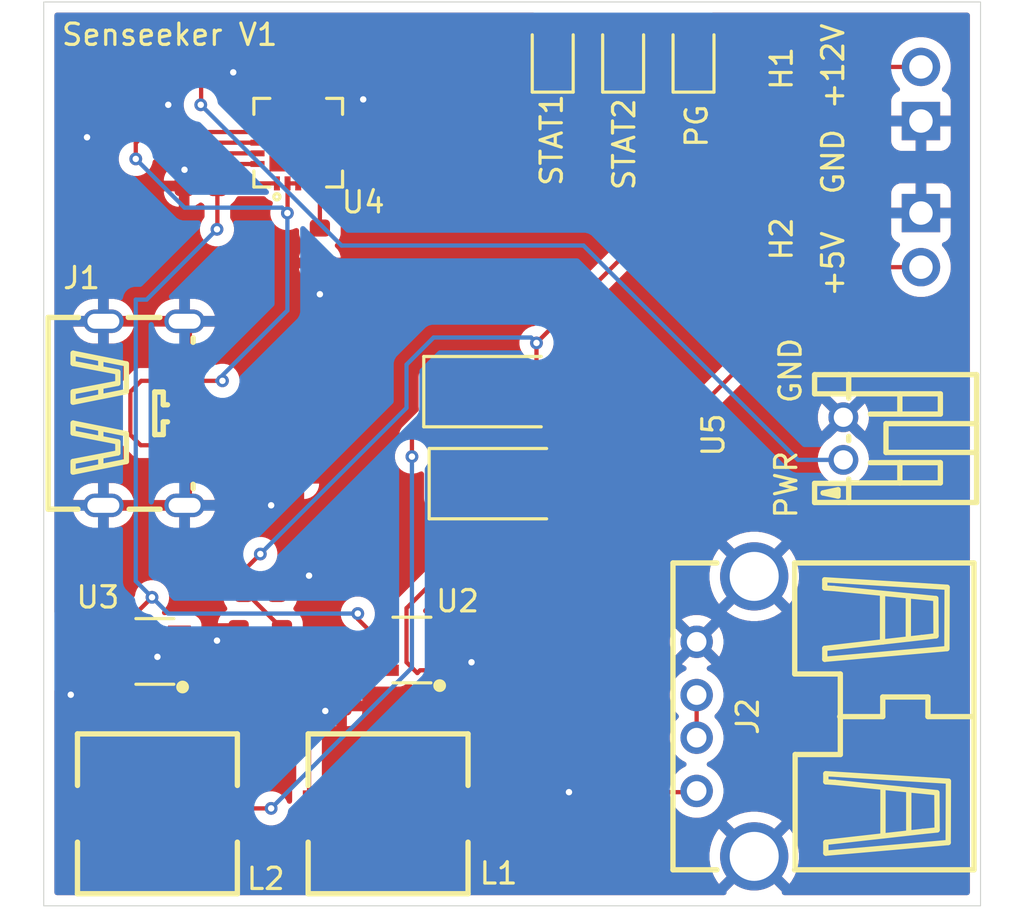
<source format=kicad_pcb>
(kicad_pcb (version 20241229) (generator "pcbnew") (generator_version "9.0")
  (layers (0 "F.Cu" signal) (2 "B.Cu" signal) (13 "F.Paste" user) (15 "B.Paste" user) (5 "F.SilkS" user "F.Silkscreen") (7 "B.SilkS" user "B.Silkscreen") (1 "F.Mask" user) (3 "B.Mask" user) (25 "Edge.Cuts" user))
  (net 0 "")
  (net 1 "/VSYS")
  (net 2 "Net-(U4-STAT1{slash}~{LBO})")
  (net 3 "VBUS")
  (net 4 "GND")
  (net 5 "Net-(U4-STAT2)")
  (net 6 "Net-(U4-THERM)")
  (net 7 "Net-(U4-~{PG})")
  (net 8 "Net-(U4-PROG1)")
  (net 9 "Net-(U4-PROG3)")
  (net 10 "Net-(U4-V_{BAT_SENSE})")
  (net 11 "Net-(U2-FB)")
  (net 13 "Net-(U3-FB)")
  (net 15 "Net-(U3-SW)")
  (net 16 "/5 Vout")
  (net 17 "Net-(J1-CC1)")
  (net 18 "Net-(J1-CC2)")
  (net 19 "Net-(U2-SW)")
  (net 20 "Net-(D1-Pad1)")
  (net 21 "Net-(D2-Pad1)")
  (net 22 "Net-(D3-Pad1)")
  (net 23 "/12 Vout")
  (net 24 "Net-(J2-D+)")
  (footprint "PCM_JLCPCB:C_0603" (layer "F.Cu") (at 57.15 83.566 180)
    (property "Reference" "C3" (hide yes))
    (property "Value" "22uF")
    (pad "1" smd roundrect (at -0.78 0 180) (size 0.9 0.95) (layers "F.Cu" "F.Mask" "F.Paste") (net 4 "GND"))
    (pad "2" smd roundrect (at 0.78 0 180) (size 0.9 0.95) (layers "F.Cu" "F.Mask" "F.Paste") (net 23 "/12 Vout"))
  )
  (footprint "easyeda2kicad:IND-SMD_L7.5-W7.5" (layer "F.Cu") (at 63.144 93.98)
    (property "Reference" "L1" (at 5.182 2.794 0) (layer "F.SilkS"))
    (property "Value" "22uH")
    (pad "1" smd rect (at -3.2 0 90) (size 2.2 1.6) (layers "F.Cu" "F.Mask" "F.Paste") (net 1 "/VSYS"))
    (pad "2" smd rect (at 3.2 0 90) (size 2.2 1.6) (layers "F.Cu" "F.Mask" "F.Paste") (net 19 "Net-(U2-SW)"))
  )
  (footprint "PCM_JLCPCB:R_0603" (layer "F.Cu") (at 58.166 86.106 -90)
    (property "Reference" "R8" (hide yes))
    (property "Value" "91kΩ")
    (pad "1" smd roundrect (at -0.82 0 270) (size 0.8 0.95) (layers "F.Cu" "F.Mask" "F.Paste") (net 23 "/12 Vout"))
    (pad "2" smd roundrect (at 0.82 0 270) (size 0.8 0.95) (layers "F.Cu" "F.Mask" "F.Paste") (net 13 "Net-(U3-FB)"))
  )
  (footprint "easyeda2kicad:HDR-TH_2P-P2.54-V-M-1" (layer "F.Cu") (at 88.138 60.198 90)
    (property "Reference" "H1" (at 1.198 -6.538 90) (layer "F.SilkS"))
    (property "Value" "12V_Sensor")
    (pad "1" thru_hole rect (at -1.27 0 90) (size 1.8 1.8) (drill 1.100023) (layers "*.Cu" "*.Mask") (net 4 "GND"))
    (pad "2" thru_hole circle (at 1.27 0 90) (size 1.8 1.8) (drill 1.100023) (layers "*.Cu" "*.Mask") (net 23 "/12 Vout"))
  )
  (footprint "PCM_JLCPCB:R_0603" (layer "F.Cu") (at 60.96 59.182)
    (property "Reference" "RPROG3" (hide yes))
    (property "Value" "10kΩ")
    (pad "1" smd roundrect (at -0.82 0) (size 0.8 0.95) (layers "F.Cu" "F.Mask" "F.Paste") (net 9 "Net-(U4-PROG3)"))
    (pad "2" smd roundrect (at 0.82 0) (size 0.8 0.95) (layers "F.Cu" "F.Mask" "F.Paste") (net 4 "GND"))
  )
  (footprint "PCM_JLCPCB:R_0603" (layer "F.Cu") (at 65.532 62.484 180)
    (property "Reference" "R6" (hide yes))
    (property "Value" "470Ω")
    (pad "1" smd roundrect (at -0.82 0 180) (size 0.8 0.95) (layers "F.Cu" "F.Mask" "F.Paste") (net 22 "Net-(D3-Pad1)"))
    (pad "2" smd roundrect (at 0.82 0 180) (size 0.8 0.95) (layers "F.Cu" "F.Mask" "F.Paste") (net 5 "Net-(U4-STAT2)"))
  )
  (footprint "PCM_JLCPCB:R_0603" (layer "F.Cu") (at 65.532 60.452 180)
    (property "Reference" "R7" (hide yes))
    (property "Value" "470Ω")
    (pad "1" smd roundrect (at -0.82 0 180) (size 0.8 0.95) (layers "F.Cu" "F.Mask" "F.Paste") (net 20 "Net-(D1-Pad1)"))
    (pad "2" smd roundrect (at 0.82 0 180) (size 0.8 0.95) (layers "F.Cu" "F.Mask" "F.Paste") (net 2 "Net-(U4-STAT1{slash}~{LBO})"))
  )
  (footprint "PCM_JLCPCB:R_0603" (layer "F.Cu") (at 58.1765 76.454)
    (property "Reference" "R2" (hide yes))
    (property "Value" "5.1kΩ")
    (pad "1" smd roundrect (at -0.82 0) (size 0.8 0.95) (layers "F.Cu" "F.Mask" "F.Paste") (net 18 "Net-(J1-CC2)"))
    (pad "2" smd roundrect (at 0.82 0) (size 0.8 0.95) (layers "F.Cu" "F.Mask" "F.Paste") (net 4 "GND"))
  )
  (footprint "PCM_JLCPCB:C_0603" (layer "F.Cu") (at 60.96 88.138 -90)
    (property "Reference" "C7" (hide yes))
    (property "Value" "22uF")
    (pad "1" smd roundrect (at -0.78 0 270) (size 0.9 0.95) (layers "F.Cu" "F.Mask" "F.Paste") (net 1 "/VSYS"))
    (pad "2" smd roundrect (at 0.78 0 270) (size 0.9 0.95) (layers "F.Cu" "F.Mask" "F.Paste") (net 4 "GND"))
  )
  (footprint "PCM_JLCPCB:R_0603" (layer "F.Cu") (at 58.1765 74.676)
    (property "Reference" "R1" (hide yes))
    (property "Value" "5.1kΩ")
    (pad "1" smd roundrect (at -0.82 0) (size 0.8 0.95) (layers "F.Cu" "F.Mask" "F.Paste") (net 17 "Net-(J1-CC1)"))
    (pad "2" smd roundrect (at 0.82 0) (size 0.8 0.95) (layers "F.Cu" "F.Mask" "F.Paste") (net 4 "GND"))
  )
  (footprint "easyeda2kicad:TYPE-C-SMD_TYPE-C-6P" (layer "F.Cu") (at 51.818 75.184 -90)
    (property "Reference" "J1" (at -6.35 3.05 180) (layer "F.SilkS"))
    (property "Value" "USB_C_Receptacle_PowerOnly_6P")
    (pad "A5" smd rect (at -0.5 -2.03 270) (size 0.7 1.2) (layers "F.Cu" "F.Mask" "F.Paste") (net 17 "Net-(J1-CC1)"))
    (pad "A9" smd rect (at 1.5 -2.03 270) (size 0.7 1.2) (layers "F.Cu" "F.Mask" "F.Paste") (net 3 "VBUS"))
    (pad "A12" smd rect (at 2.7 -2.03 270) (size 0.8 1.2) (layers "F.Cu" "F.Mask" "F.Paste") (net 4 "GND"))
    (pad "B5" smd rect (at 0.5 -2.03 270) (size 0.7 1.2) (layers "F.Cu" "F.Mask" "F.Paste") (net 18 "Net-(J1-CC2)"))
    (pad "B9" smd rect (at -1.5 -2.03 270) (size 0.7 1.2) (layers "F.Cu" "F.Mask" "F.Paste") (net 3 "VBUS"))
    (pad "B12" smd rect (at -2.7 -2.03 270) (size 0.8 1.2) (layers "F.Cu" "F.Mask" "F.Paste") (net 4 "GND"))
    (pad "S1" thru_hole oval (at -4.32 -1.78 270) (size 1.1 1.9) (drill oval 0.700024 1.500022) (layers "*.Cu" "*.Mask") (net 4 "GND"))
    (pad "S1" thru_hole oval (at -4.32 2.03 270) (size 1.1 1.9) (drill oval 0.700024 1.500022) (layers "*.Cu" "*.Mask") (net 4 "GND"))
    (pad "S1" thru_hole oval (at 4.32 -1.78 270) (size 1.1 1.9) (drill oval 0.700024 1.500022) (layers "*.Cu" "*.Mask") (net 4 "GND"))
    (pad "S1" thru_hole oval (at 4.32 2.03 270) (size 1.1 1.9) (drill oval 0.700024 1.500022) (layers "*.Cu" "*.Mask") (net 4 "GND"))
  )
  (footprint "PCM_JLCPCB:R_0603" (layer "F.Cu") (at 59.944 67.31 -90)
    (property "Reference" "R5" (hide yes))
    (property "Value" "10kΩ")
    (pad "1" smd roundrect (at -0.82 0 270) (size 0.8 0.95) (layers "F.Cu" "F.Mask" "F.Paste") (net 6 "Net-(U4-THERM)"))
    (pad "2" smd roundrect (at 0.82 0 270) (size 0.8 0.95) (layers "F.Cu" "F.Mask" "F.Paste") (net 4 "GND"))
  )
  (footprint "easyeda2kicad:SOT-23-6_L2.9-W1.6-P0.95-LS2.8-BL" (layer "F.Cu") (at 64.262 86.294 90)
    (property "Reference" "U2" (at 2.294 2.138 180) (layer "F.SilkS"))
    (property "Value" "MT3608")
    (pad "1" smd rect (at -0.95 1.15 90) (size 0.53 1.07) (layers "F.Cu" "F.Mask" "F.Paste") (net 19 "Net-(U2-SW)"))
    (pad "2" smd rect (at 0 1.15 90) (size 0.53 1.07) (layers "F.Cu" "F.Mask" "F.Paste") (net 4 "GND"))
    (pad "3" smd rect (at 0.95 1.15 90) (size 0.53 1.07) (layers "F.Cu" "F.Mask" "F.Paste") (net 11 "Net-(U2-FB)"))
    (pad "4" smd rect (at 0.95 -1.15 90) (size 0.53 1.07) (layers "F.Cu" "F.Mask" "F.Paste") (net 1 "/VSYS"))
    (pad "5" smd rect (at 0 -1.15 90) (size 0.53 1.07) (layers "F.Cu" "F.Mask" "F.Paste") (net 1 "/VSYS"))
    (pad "6" smd rect (at -0.95 -1.15 90) (size 0.53 1.07) (layers "F.Cu" "F.Mask" "F.Paste"))
  )
  (footprint "PCM_JLCPCB:C_0603" (layer "F.Cu") (at 51.054 61.976 180)
    (property "Reference" "C2" (hide yes))
    (property "Value" "100nF")
    (pad "1" smd roundrect (at -0.78 0 180) (size 0.9 0.95) (layers "F.Cu" "F.Mask" "F.Paste") (net 3 "VBUS"))
    (pad "2" smd roundrect (at 0.78 0 180) (size 0.9 0.95) (layers "F.Cu" "F.Mask" "F.Paste") (net 4 "GND"))
  )
  (footprint "PCM_JLCPCB:C_0603" (layer "F.Cu") (at 73.914 92.964)
    (property "Reference" "C4" (hide yes))
    (property "Value" "22uF")
    (pad "1" smd roundrect (at -0.78 0) (size 0.9 0.95) (layers "F.Cu" "F.Mask" "F.Paste") (net 4 "GND"))
    (pad "2" smd roundrect (at 0.78 0) (size 0.9 0.95) (layers "F.Cu" "F.Mask" "F.Paste") (net 16 "/5 Vout"))
  )
  (footprint "easyeda2kicad:CONN-TH_S2B-PH-K-S-GW" (layer "F.Cu") (at 84.498218 76.37041 -90)
    (property "Reference" "U5" (at -0.17041 6.098218 90) (layer "F.SilkS"))
    (property "Value" "Battery Input")
    (pad "1" thru_hole circle (at 1 0 270) (size 1.4 1.4) (drill 0.900024) (layers "*.Cu" "*.Mask") (net 10 "Net-(U4-V_{BAT_SENSE})"))
    (pad "2" thru_hole circle (at -1 0 270) (size 1.4 1.4) (drill 0.900024) (layers "*.Cu" "*.Mask") (net 4 "GND"))
  )
  (footprint "PCM_JLCPCB:D_SMA" (layer "F.Cu") (at 68.58 78.486)
    (property "Reference" "D5" (hide yes))
    (property "Value" "SS34")
    (pad "1" smd roundrect (at -2 0) (size 2.5 1.8) (layers "F.Cu" "F.Mask" "F.Paste") (roundrect_rratio 0.1388888889) (net 19 "Net-(U2-SW)"))
    (pad "2" smd roundrect (at 2 0) (size 2.5 1.8) (layers "F.Cu" "F.Mask" "F.Paste") (roundrect_rratio 0.1388888889) (net 16 "/5 Vout"))
  )
  (footprint "easyeda2kicad:SOT-23-6_L2.9-W1.6-P0.95-LS2.8-BL" (layer "F.Cu") (at 52.204 86.36 90)
    (property "Reference" "U3" (at 2.54 -2.674 180) (layer "F.SilkS"))
    (property "Value" "MT3608")
    (pad "1" smd rect (at -0.95 1.15 90) (size 0.53 1.07) (layers "F.Cu" "F.Mask" "F.Paste") (net 15 "Net-(U3-SW)"))
    (pad "2" smd rect (at 0 1.15 90) (size 0.53 1.07) (layers "F.Cu" "F.Mask" "F.Paste") (net 4 "GND"))
    (pad "3" smd rect (at 0.95 1.15 90) (size 0.53 1.07) (layers "F.Cu" "F.Mask" "F.Paste") (net 13 "Net-(U3-FB)"))
    (pad "4" smd rect (at 0.95 -1.15 90) (size 0.53 1.07) (layers "F.Cu" "F.Mask" "F.Paste") (net 1 "/VSYS"))
    (pad "5" smd rect (at 0 -1.15 90) (size 0.53 1.07) (layers "F.Cu" "F.Mask" "F.Paste") (net 1 "/VSYS"))
    (pad "6" smd rect (at -0.95 -1.15 90) (size 0.53 1.07) (layers "F.Cu" "F.Mask" "F.Paste"))
  )
  (footprint "PCM_JLCPCB:R_0603" (layer "F.Cu") (at 68.326 86.36 -90)
    (property "Reference" "R3" (hide yes))
    (property "Value" "3kΩ")
    (pad "1" smd roundrect (at -0.82 0 270) (size 0.8 0.95) (layers "F.Cu" "F.Mask" "F.Paste") (net 11 "Net-(U2-FB)"))
    (pad "2" smd roundrect (at 0.82 0 270) (size 0.8 0.95) (layers "F.Cu" "F.Mask" "F.Paste") (net 4 "GND"))
  )
  (footprint "PCM_JLCPCB:D_0805" (layer "F.Cu") (at 70.866 58.42 90)
    (property "Reference" "D1" (hide yes))
    (property "Value" "Red")
    (pad "1" smd roundrect (at -0.94 0 90) (size 0.97 1.4) (layers "F.Cu" "F.Mask" "F.Paste") (net 20 "Net-(D1-Pad1)"))
    (pad "2" smd roundrect (at 0.94 0 90) (size 0.97 1.4) (layers "F.Cu" "F.Mask" "F.Paste") (net 3 "VBUS"))
  )
  (footprint "PCM_JLCPCB:R_0603" (layer "F.Cu") (at 57.658 59.182)
    (property "Reference" "RPROG1" (hide yes))
    (property "Value" "1kΩ")
    (pad "1" smd roundrect (at -0.82 0) (size 0.8 0.95) (layers "F.Cu" "F.Mask" "F.Paste") (net 4 "GND"))
    (pad "2" smd roundrect (at 0.82 0) (size 0.8 0.95) (layers "F.Cu" "F.Mask" "F.Paste") (net 8 "Net-(U4-PROG1)"))
  )
  (footprint "PCM_JLCPCB:D_0805" (layer "F.Cu") (at 77.47 58.42 90)
    (property "Reference" "D2" (hide yes))
    (property "Value" "Yellow")
    (pad "1" smd roundrect (at -0.94 0 90) (size 0.97 1.4) (layers "F.Cu" "F.Mask" "F.Paste") (net 21 "Net-(D2-Pad1)"))
    (pad "2" smd roundrect (at 0.94 0 90) (size 0.97 1.4) (layers "F.Cu" "F.Mask" "F.Paste") (net 3 "VBUS"))
  )
  (footprint "PCM_JLCPCB:R_0603" (layer "F.Cu") (at 65.532 64.516 180)
    (property "Reference" "R11" (hide yes))
    (property "Value" "470Ω")
    (pad "1" smd roundrect (at -0.82 0 180) (size 0.8 0.95) (layers "F.Cu" "F.Mask" "F.Paste") (net 21 "Net-(D2-Pad1)"))
    (pad "2" smd roundrect (at 0.82 0 180) (size 0.8 0.95) (layers "F.Cu" "F.Mask" "F.Paste") (net 7 "Net-(U4-~{PG})"))
  )
  (footprint "easyeda2kicad:USB-A-TH_AF-WJDG" (layer "F.Cu") (at 78.966 89.408 90)
    (property "Reference" "J2" (at 0 1.044 90) (layer "F.SilkS"))
    (property "Value" "USB_A")
    (pad "1" thru_hole circle (at -3.5 -1.35) (size 1.52 1.52) (drill 0.919988) (layers "*.Cu" "*.Mask") (net 16 "/5 Vout"))
    (pad "2" thru_hole circle (at -1 -1.35) (size 1.52 1.52) (drill 0.919988) (layers "*.Cu" "*.Mask") (net 24 "Net-(J2-D+)"))
    (pad "3" thru_hole circle (at 1 -1.35) (size 1.52 1.52) (drill 0.919988) (layers "*.Cu" "*.Mask") (net 24 "Net-(J2-D+)"))
    (pad "4" thru_hole circle (at 3.5 -1.35) (size 1.52 1.52) (drill 0.919988) (layers "*.Cu" "*.Mask") (net 4 "GND"))
    (pad "5" thru_hole circle (at -6.57 1.35 180) (size 3.2 3.2) (drill 2.300021) (layers "*.Cu" "*.Mask") (net 4 "GND"))
    (pad "5" thru_hole circle (at 6.57 1.35 180) (size 3.2 3.2) (drill 2.300021) (layers "*.Cu" "*.Mask") (net 4 "GND"))
  )
  (footprint "PCM_JLCPCB:C_0603" (layer "F.Cu") (at 53.594 59.436)
    (property "Reference" "C1" (hide yes))
    (property "Value" "4.7uF")
    (pad "1" smd roundrect (at -0.78 0) (size 0.9 0.95) (layers "F.Cu" "F.Mask" "F.Paste") (net 4 "GND"))
    (pad "2" smd roundrect (at 0.78 0) (size 0.9 0.95) (layers "F.Cu" "F.Mask" "F.Paste") (net 10 "Net-(U4-V_{BAT_SENSE})"))
  )
  (footprint "easyeda2kicad:IND-SMD_L7.5-W7.5" (layer "F.Cu") (at 52.324 93.98)
    (property "Reference" "L2" (at 5.08 3.048 0) (layer "F.SilkS"))
    (property "Value" "22uH")
    (pad "1" smd rect (at -3.2 0 90) (size 2.2 1.6) (layers "F.Cu" "F.Mask" "F.Paste") (net 1 "/VSYS"))
    (pad "2" smd rect (at 3.2 0 90) (size 2.2 1.6) (layers "F.Cu" "F.Mask" "F.Paste") (net 15 "Net-(U3-SW)"))
  )
  (footprint "PCM_JLCPCB:C_0603" (layer "F.Cu") (at 54.356 64.516)
    (property "Reference" "C6" (hide yes))
    (property "Value" "4.7uF")
    (pad "1" smd roundrect (at -0.78 0) (size 0.9 0.95) (layers "F.Cu" "F.Mask" "F.Paste") (net 4 "GND"))
    (pad "2" smd roundrect (at 0.78 0) (size 0.9 0.95) (layers "F.Cu" "F.Mask" "F.Paste") (net 1 "/VSYS"))
  )
  (footprint "PCM_JLCPCB:D_0805" (layer "F.Cu") (at 74.168 58.42 90)
    (property "Reference" "D3" (hide yes))
    (property "Value" "Green")
    (pad "1" smd roundrect (at -0.94 0 90) (size 0.97 1.4) (layers "F.Cu" "F.Mask" "F.Paste") (net 22 "Net-(D3-Pad1)"))
    (pad "2" smd roundrect (at 0.94 0 90) (size 0.97 1.4) (layers "F.Cu" "F.Mask" "F.Paste") (net 3 "VBUS"))
  )
  (footprint "PCM_JLCPCB:C_0603" (layer "F.Cu") (at 58.1765 78.232 180)
    (property "Reference" "C8" (hide yes))
    (property "Value" "10uF")
    (pad "1" smd roundrect (at -0.78 0 180) (size 0.9 0.95) (layers "F.Cu" "F.Mask" "F.Paste") (net 4 "GND"))
    (pad "2" smd roundrect (at 0.78 0 180) (size 0.9 0.95) (layers "F.Cu" "F.Mask" "F.Paste") (net 3 "VBUS"))
  )
  (footprint "easyeda2kicad:QFN-20_L4.0-W4.0-P0.5-BL-EP" (layer "F.Cu") (at 58.928 62.484)
    (property "Reference" "U4" (at 3.048 2.794 0) (layer "F.SilkS"))
    (property "Value" "MCP73871")
    (pad "1" smd rect (at -1 1.91) (size 0.28 0.66) (layers "F.Cu" "F.Mask" "F.Paste") (net 1 "/VSYS"))
    (pad "2" smd rect (at -0.5 1.91) (size 0.28 0.66) (layers "F.Cu" "F.Mask" "F.Paste") (net 3 "VBUS"))
    (pad "3" smd rect (at 0 1.91) (size 0.28 0.66) (layers "F.Cu" "F.Mask" "F.Paste") (net 3 "VBUS"))
    (pad "4" smd rect (at 0.5 1.91) (size 0.28 0.66) (layers "F.Cu" "F.Mask" "F.Paste") (net 3 "VBUS"))
    (pad "5" smd rect (at 1 1.91) (size 0.28 0.66) (layers "F.Cu" "F.Mask" "F.Paste") (net 6 "Net-(U4-THERM)"))
    (pad "6" smd rect (at 1.91 1) (size 0.66 0.28) (layers "F.Cu" "F.Mask" "F.Paste") (net 7 "Net-(U4-~{PG})"))
    (pad "7" smd rect (at 1.91 0.5) (size 0.66 0.28) (layers "F.Cu" "F.Mask" "F.Paste") (net 5 "Net-(U4-STAT2)"))
    (pad "8" smd rect (at 1.91 0) (size 0.66 0.28) (layers "F.Cu" "F.Mask" "F.Paste") (net 2 "Net-(U4-STAT1{slash}~{LBO})"))
    (pad "9" smd rect (at 1.91 -0.5) (size 0.66 0.28) (layers "F.Cu" "F.Mask" "F.Paste") (net 3 "VBUS"))
    (pad "10" smd rect (at 1.91 -1) (size 0.66 0.28) (layers "F.Cu" "F.Mask" "F.Paste") (net 4 "GND"))
    (pad "11" smd rect (at 1 -1.91) (size 0.28 0.66) (layers "F.Cu" "F.Mask" "F.Paste") (net 4 "GND"))
    (pad "12" smd rect (at 0.5 -1.91) (size 0.28 0.66) (layers "F.Cu" "F.Mask" "F.Paste") (net 9 "Net-(U4-PROG3)"))
    (pad "13" smd rect (at 0 -1.91) (size 0.28 0.66) (layers "F.Cu" "F.Mask" "F.Paste") (net 8 "Net-(U4-PROG1)"))
    (pad "14" smd rect (at -0.5 -1.91) (size 0.28 0.66) (layers "F.Cu" "F.Mask" "F.Paste") (net 10 "Net-(U4-V_{BAT_SENSE})"))
    (pad "15" smd rect (at -1 -1.91) (size 0.28 0.66) (layers "F.Cu" "F.Mask" "F.Paste") (net 10 "Net-(U4-V_{BAT_SENSE})"))
    (pad "16" smd rect (at -1.91 -1) (size 0.66 0.28) (layers "F.Cu" "F.Mask" "F.Paste") (net 10 "Net-(U4-V_{BAT_SENSE})"))
    (pad "17" smd rect (at -1.91 -0.5) (size 0.66 0.28) (layers "F.Cu" "F.Mask" "F.Paste") (net 3 "VBUS"))
    (pad "18" smd rect (at -1.91 0) (size 0.66 0.28) (layers "F.Cu" "F.Mask" "F.Paste") (net 3 "VBUS"))
    (pad "19" smd rect (at -1.91 0.5) (size 0.66 0.28) (layers "F.Cu" "F.Mask" "F.Paste") (net 3 "VBUS"))
    (pad "20" smd rect (at -1.91 1) (size 0.66 0.28) (layers "F.Cu" "F.Mask" "F.Paste") (net 1 "/VSYS"))
    (pad "21" smd rect (at 0 0) (size 2.7 2.7) (layers "F.Cu" "F.Mask" "F.Paste") (net 4 "GND"))
  )
  (footprint "PCM_JLCPCB:D_SMA" (layer "F.Cu") (at 68.326 74.168)
    (property "Reference" "D4" (hide yes))
    (property "Value" "SS34")
    (pad "1" smd roundrect (at -2 0) (size 2.5 1.8) (layers "F.Cu" "F.Mask" "F.Paste") (roundrect_rratio 0.1388888889) (net 15 "Net-(U3-SW)"))
    (pad "2" smd roundrect (at 2 0) (size 2.5 1.8) (layers "F.Cu" "F.Mask" "F.Paste") (roundrect_rratio 0.1388888889) (net 23 "/12 Vout"))
  )
  (footprint "easyeda2kicad:HDR-TH_2P-P2.54-V-M-1" (layer "F.Cu") (at 88.138 67.056 -90)
    (property "Reference" "H2" (at -0.056 6.538 90) (layer "F.SilkS"))
    (property "Value" "RaspberryPI")
    (pad "1" thru_hole rect (at -1.27 0 270) (size 1.8 1.8) (drill 1.100023) (layers "*.Cu" "*.Mask") (net 4 "GND"))
    (pad "2" thru_hole circle (at 1.27 0 270) (size 1.8 1.8) (drill 1.100023) (layers "*.Cu" "*.Mask") (net 16 "/5 Vout"))
  )
  (footprint "PCM_JLCPCB:C_0603" (layer "F.Cu") (at 48.006 86.36 -90)
    (property "Reference" "C5" (hide yes))
    (property "Value" "22uF")
    (pad "1" smd roundrect (at -0.78 0 270) (size 0.9 0.95) (layers "F.Cu" "F.Mask" "F.Paste") (net 1 "/VSYS"))
    (pad "2" smd roundrect (at 0.78 0 270) (size 0.9 0.95) (layers "F.Cu" "F.Mask" "F.Paste") (net 4 "GND"))
  )
  (footprint "PCM_JLCPCB:R_0603" (layer "F.Cu") (at 70.358 86.36 90)
    (property "Reference" "R10" (hide yes))
    (property "Value" "22kΩ")
    (pad "1" smd roundrect (at -0.82 0 90) (size 0.8 0.95) (layers "F.Cu" "F.Mask" "F.Paste") (net 16 "/5 Vout"))
    (pad "2" smd roundrect (at 0.82 0 90) (size 0.8 0.95) (layers "F.Cu" "F.Mask" "F.Paste") (net 11 "Net-(U2-FB)"))
  )
  (footprint "PCM_JLCPCB:R_0603" (layer "F.Cu") (at 56.134 86.106 90)
    (property "Reference" "R9" (hide yes))
    (property "Value" "4.7kΩ")
    (pad "1" smd roundrect (at -0.82 0 90) (size 0.8 0.95) (layers "F.Cu" "F.Mask" "F.Paste") (net 13 "Net-(U3-FB)"))
    (pad "2" smd roundrect (at 0.82 0 90) (size 0.8 0.95) (layers "F.Cu" "F.Mask" "F.Paste") (net 4 "GND"))
  )
  (gr_rect (start 46.99 55.88) (end 90.932 98.298) (stroke (width 0.05)) (fill no) (layer "Edge.Cuts"))
  (gr_text "+12V" (at 84.6 61 90) (layer "F.SilkS") (effects (font (size 1 1)) (justify left bottom)))
  (gr_text "PWR" (at 82.4 80.2 90) (layer "F.SilkS") (effects (font (size 1 1)) (justify left bottom)))
  (gr_text "STAT1\n" (at 71.4 64.6 90) (layer "F.SilkS") (effects (font (size 1 1)) (justify left bottom)))
  (gr_text "+5V\n" (at 84.6 69.8 90) (layer "F.SilkS") (effects (font (size 1 1)) (justify left bottom)))
  (gr_text "STAT2" (at 74.8 64.8 90) (layer "F.SilkS") (effects (font (size 1 1)) (justify left bottom)))
  (gr_text "Senseeker V1" (at 47.752 58 0) (layer "F.SilkS") (effects (font (size 1 1)) (justify left bottom)))
  (gr_text "PG" (at 78.2 62.8 90) (layer "F.SilkS") (effects (font (size 1 1)) (justify left bottom)))
  (gr_text "GND" (at 82.6 74.8 90) (layer "F.SilkS") (effects (font (size 1 1)) (justify left bottom)))
  (gr_text "GND" (at 84.6 65 90) (layer "F.SilkS") (effects (font (size 1 1)) (justify left bottom)))
  (segment (start 59.436 93.472) (end 59.944 93.98) (width 0.2) (layer "F.Cu") (net 1))
  (segment (start 60.724 87.358) (end 59.436 88.646) (width 0.2) (layer "F.Cu") (net 1))
  (segment (start 59.436 88.646) (end 59.436 93.472) (width 0.2) (layer "F.Cu") (net 1))
  (segment (start 56.168 63.484) (end 55.136 64.516) (width 0.2) (layer "F.Cu") (net 1))
  (segment (start 49.124 87.274) (end 49.124 93.98) (width 0.2) (layer "F.Cu") (net 1))
  (segment (start 63.112 86.294) (end 62.024 86.294) (width 0.2) (layer "F.Cu") (net 1))
  (segment (start 51.054 85.41) (end 51.054 86.36) (width 0.2) (layer "F.Cu") (net 1))
  (segment (start 62.024 86.294) (end 60.96 87.358) (width 0.2) (layer "F.Cu") (net 1))
  (segment (start 55.136 66.53) (end 55.118 66.548) (width 0.2) (layer "F.Cu") (net 1))
  (segment (start 55.258 64.394) (end 55.136 64.516) (width 0.2) (layer "F.Cu") (net 1))
  (segment (start 57.928 64.394) (end 55.258 64.394) (width 0.2) (layer "F.Cu") (net 1))
  (segment (start 63.112 85.344) (end 63.112 86.294) (width 0.2) (layer "F.Cu") (net 1))
  (segment (start 55.136 64.516) (end 55.136 66.53) (width 0.2) (layer "F.Cu") (net 1))
  (segment (start 51.054 84.836) (end 51.054 85.41) (width 0.2) (layer "F.Cu") (net 1))
  (segment (start 60.96 87.358) (end 60.724 87.358) (width 0.2) (layer "F.Cu") (net 1))
  (segment (start 49.258 85.58) (end 50.038 86.36) (width 0.2) (layer "F.Cu") (net 1))
  (segment (start 57.018 63.484) (end 56.168 63.484) (width 0.2) (layer "F.Cu") (net 1))
  (segment (start 51.054 86.36) (end 50.038 86.36) (width 0.2) (layer "F.Cu") (net 1))
  (segment (start 52.07 83.82) (end 51.054 84.836) (width 0.2) (layer "F.Cu") (net 1))
  (segment (start 48.006 85.58) (end 49.258 85.58) (width 0.2) (layer "F.Cu") (net 1))
  (segment (start 61.722 84.836) (end 61.722 84.582) (width 0.2) (layer "F.Cu") (net 1))
  (segment (start 62.23 85.344) (end 63.112 85.344) (width 0.2) (layer "F.Cu") (net 1))
  (segment (start 62.23 85.344) (end 61.722 84.836) (width 0.2) (layer "F.Cu") (net 1))
  (segment (start 50.038 86.36) (end 49.124 87.274) (width 0.2) (layer "F.Cu") (net 1))
  (via (at 61.722 84.582) (size 0.6) (drill 0.3) (layers "F.Cu" "B.Cu") (net 1))
  (via (at 55.118 66.548) (size 0.6) (drill 0.3) (layers "F.Cu" "B.Cu") (net 1))
  (via (at 52.07 83.82) (size 0.6) (drill 0.3) (layers "F.Cu" "B.Cu") (net 1))
  (segment (start 55.118 66.548) (end 51.816 69.85) (width 0.2) (layer "B.Cu") (net 1))
  (segment (start 61.722 84.582) (end 52.832 84.582) (width 0.2) (layer "B.Cu") (net 1))
  (segment (start 51.308 83.058) (end 52.07 83.82) (width 0.2) (layer "B.Cu") (net 1))
  (segment (start 51.308 69.85) (end 51.308 83.058) (width 0.2) (layer "B.Cu") (net 1))
  (segment (start 51.816 69.85) (end 51.308 69.85) (width 0.2) (layer "B.Cu") (net 1))
  (segment (start 52.832 84.582) (end 52.07 83.82) (width 0.2) (layer "B.Cu") (net 1))
  (segment (start 64.712 60.452) (end 64.712 61.018) (width 0.2) (layer "F.Cu") (net 2))
  (segment (start 63.246 62.484) (end 60.838 62.484) (width 0.2) (layer "F.Cu") (net 2))
  (segment (start 64.712 61.018) (end 63.246 62.484) (width 0.2) (layer "F.Cu") (net 2))
  (segment (start 52.342 62.484) (end 51.834 61.976) (width 0.2) (layer "F.Cu") (net 3))
  (segment (start 53.872 73.66) (end 53.848 73.684) (width 0.2) (layer "F.Cu") (net 3))
  (segment (start 63.5 58.928) (end 64.135 58.293) (width 0.2) (layer "F.Cu") (net 3))
  (segment (start 51.54 76.684) (end 51.056 76.2) (width 0.2) (layer "F.Cu") (net 3))
  (segment (start 51.842 61.984) (end 51.834 61.976) (width 0.2) (layer "F.Cu") (net 3))
  (segment (start 51.308 61.45) (end 51.834 61.976) (width 0.2) (layer "F.Cu") (net 3))
  (segment (start 54.126 73.406) (end 53.848 73.684) (width 0.2) (layer "F.Cu") (net 3))
  (segment (start 52.842 62.984) (end 51.834 61.976) (width 0.2) (layer "F.Cu") (net 3))
  (segment (start 74.168 57.48) (end 77.47 57.48) (width 0.2) (layer "F.Cu") (net 3))
  (segment (start 55.8485 76.684) (end 57.3965 78.232) (width 0.2) (layer "F.Cu") (net 3))
  (segment (start 52.197 58.293) (end 51.308 59.182) (width 0.2) (layer "F.Cu") (net 3))
  (segment (start 63.5 61.214) (end 63.5 58.928) (width 0.2) (layer "F.Cu") (net 3))
  (segment (start 51.056 76.2) (end 51.056 74.168) (width 0.2) (layer "F.Cu") (net 3))
  (segment (start 53.848 76.684) (end 55.8485 76.684) (width 0.2) (layer "F.Cu") (net 3))
  (segment (start 51.564 73.66) (end 53.824 73.66) (width 0.2) (layer "F.Cu") (net 3))
  (segment (start 57.018 62.984) (end 52.842 62.984) (width 0.2) (layer "F.Cu") (net 3))
  (segment (start 58.428 64.394) (end 58.428 65.778) (width 0.2) (layer "F.Cu") (net 3))
  (segment (start 64.135 58.293) (end 64.948 57.48) (width 0.2) (layer "F.Cu") (net 3))
  (segment (start 64.948 57.48) (end 70.866 57.48) (width 0.2) (layer "F.Cu") (net 3))
  (segment (start 58.428 65.778) (end 58.42 65.786) (width 0.2) (layer "F.Cu") (net 3))
  (segment (start 51.056 74.168) (end 51.564 73.66) (width 0.2) (layer "F.Cu") (net 3))
  (segment (start 55.374 73.66) (end 53.872 73.66) (width 0.2) (layer "F.Cu") (net 3))
  (segment (start 58.928 64.394) (end 58.428 64.394) (width 0.2) (layer "F.Cu") (net 3))
  (segment (start 59.428 64.394) (end 58.928 64.394) (width 0.2) (layer "F.Cu") (net 3))
  (segment (start 53.824 73.66) (end 53.848 73.684) (width 0.2) (layer "F.Cu") (net 3))
  (segment (start 62.73 61.984) (end 63.5 61.214) (width 0.2) (layer "F.Cu") (net 3))
  (segment (start 57.018 61.984) (end 51.842 61.984) (width 0.2) (layer "F.Cu") (net 3))
  (segment (start 70.688 57.658) (end 70.866 57.48) (width 0.2) (layer "F.Cu") (net 3))
  (segment (start 53.848 76.684) (end 51.54 76.684) (width 0.2) (layer "F.Cu") (net 3))
  (segment (start 51.308 63.246) (end 51.308 62.502) (width 0.2) (layer "F.Cu") (net 3))
  (segment (start 57.018 62.484) (end 52.342 62.484) (width 0.2) (layer "F.Cu") (net 3))
  (segment (start 64.135 58.293) (end 52.197 58.293) (width 0.2) (layer "F.Cu") (net 3))
  (segment (start 60.838 61.984) (end 62.73 61.984) (width 0.2) (layer "F.Cu") (net 3))
  (segment (start 70.866 57.48) (end 74.168 57.48) (width 0.2) (layer "F.Cu") (net 3))
  (segment (start 51.308 62.502) (end 51.834 61.976) (width 0.2) (layer "F.Cu") (net 3))
  (segment (start 51.308 59.182) (end 51.308 61.45) (width 0.2) (layer "F.Cu") (net 3))
  (via (at 58.42 65.786) (size 0.6) (drill 0.3) (layers "F.Cu" "B.Cu") (net 3))
  (via (at 55.374 73.66) (size 0.6) (drill 0.3) (layers "F.Cu" "B.Cu") (net 3))
  (via (at 51.308 63.246) (size 0.6) (drill 0.3) (layers "F.Cu" "B.Cu") (net 3))
  (segment (start 53.594 65.532) (end 51.308 63.246) (width 0.2) (layer "B.Cu") (net 3))
  (segment (start 58.42 70.358) (end 55.118 73.66) (width 0.2) (layer "B.Cu") (net 3))
  (segment (start 58.166 65.532) (end 53.594 65.532) (width 0.2) (layer "B.Cu") (net 3))
  (segment (start 58.42 65.786) (end 58.166 65.532) (width 0.2) (layer "B.Cu") (net 3))
  (segment (start 58.42 65.786) (end 58.42 70.358) (width 0.2) (layer "B.Cu") (net 3))
  (segment (start 53.848 71.114) (end 53.598 70.864) (width 0.2) (layer "F.Cu") (net 4))
  (segment (start 60.838 60.574) (end 60.96 60.574) (width 0.2) (layer "F.Cu") (net 4))
  (segment (start 52.578 86.36) (end 53.354 86.36) (width 0.2) (layer "F.Cu") (net 4))
  (segment (start 50.274 61.976) (end 49.276 61.976) (width 0.2) (layer "F.Cu") (net 4))
  (segment (start 61.78 60.256) (end 61.976 60.452) (width 0.2) (layer "F.Cu") (net 4))
  (segment (start 73.134 92.964) (end 71.628 92.964) (width 0.2) (layer "F.Cu") (net 4))
  (segment (start 58.9965 76.454) (end 58.9965 78.192) (width 0.2) (layer "F.Cu") (net 4))
  (segment (start 57.93 83.566) (end 58.674 83.566) (width 0.2) (layer "F.Cu") (net 4))
  (segment (start 53.576 63.772) (end 53.594 63.754) (width 0.2) (layer "F.Cu") (net 4))
  (segment (start 59.928 60.574) (end 60.838 60.574) (width 0.2) (layer "F.Cu") (net 4))
  (segment (start 65.412 86.294) (end 66.482 86.294) (width 0.2) (layer "F.Cu") (net 4))
  (segment (start 55.684 85.286) (end 55.118 85.852) (width 0.2) (layer "F.Cu") (net 4))
  (segment (start 60.838 60.696) (end 60.96 60.574) (width 0.2) (layer "F.Cu") (net 4))
  (segment (start 52.814 60.688) (end 52.832 60.706) (width 0.2) (layer "F.Cu") (net 4))
  (segment (start 48.006 88.138) (end 48.26 88.392) (width 0.2) (layer "F.Cu") (net 4))
  (segment (start 66.482 86.294) (end 67.056 86.868) (width 0.2) (layer "F.Cu") (net 4))
  (segment (start 56.134 85.286) (end 55.684 85.286) (width 0.2) (layer "F.Cu") (net 4))
  (segment (start 53.848 79.254) (end 53.598 79.504) (width 0.2) (layer "F.Cu") (net 4))
  (segment (start 56.838 59.182) (end 55.88 59.182) (width 0.2) (layer "F.Cu") (net 4))
  (segment (start 58.9965 78.192) (end 58.9565 78.232) (width 0.2) (layer "F.Cu") (net 4))
  (segment (start 60.96 60.574) (end 61.854 60.574) (width 0.2) (layer "F.Cu") (net 4))
  (segment (start 61.854 60.574) (end 61.976 60.452) (width 0.2) (layer "F.Cu") (net 4))
  (segment (start 58.9565 78.232) (end 58.928 78.232) (width 0.2) (layer "F.Cu") (net 4))
  (segment (start 60.96 88.918) (end 60.434 88.918) (width 0.2) (layer "F.Cu") (net 4))
  (segment (start 60.434 88.918) (end 60.198 89.154) (width 0.2) (layer "F.Cu") (net 4))
  (segment (start 53.576 64.516) (end 53.576 63.772) (width 0.2) (layer "F.Cu") (net 4))
  (segment (start 52.814 59.436) (end 52.814 60.688) (width 0.2) (layer "F.Cu") (net 4))
  (segment (start 52.324 86.614) (end 52.578 86.36) (width 0.2) (layer "F.Cu") (net 4))
  (segment (start 58.928 62.484) (end 60.838 60.574) (width 0.2) (layer "F.Cu") (net 4))
  (segment (start 58.674 83.566) (end 59.436 82.804) (width 0.2) (layer "F.Cu") (net 4))
  (segment (start 53.848 77.884) (end 53.848 79.254) (width 0.2) (layer "F.Cu") (net 4))
  (segment (start 48.006 87.14) (end 48.006 88.138) (width 0.2) (layer "F.Cu") (net 4))
  (segment (start 67.368 87.18) (end 67.056 86.868) (width 0.2) (layer "F.Cu") (net 4))
  (segment (start 60.838 61.484) (end 60.838 60.696) (width 0.2) (layer "F.Cu") (net 4))
  (segment (start 53.848 72.484) (end 53.848 71.114) (width 0.2) (layer "F.Cu") (net 4))
  (segment (start 61.78 59.182) (end 61.78 60.256) (width 0.2) (layer "F.Cu") (net 4))
  (segment (start 49.276 61.976) (end 49.022 62.23) (width 0.2) (layer "F.Cu") (net 4))
  (segment (start 68.326 87.18) (end 67.368 87.18) (width 0.2) (layer "F.Cu") (net 4))
  (segment (start 58.928 78.232) (end 57.658 79.502) (width 0.2) (layer "F.Cu") (net 4))
  (segment (start 59.944 68.13) (end 59.944 69.596) (width 0.2) (layer "F.Cu") (net 4))
  (segment (start 58.9965 74.676) (end 58.9965 76.454) (width 0.2) (layer "F.Cu") (net 4))
  (via (at 60.198 89.154) (size 0.6) (drill 0.3) (layers "F.Cu" "B.Cu") (net 4))
  (via (at 52.324 86.614) (size 0.6) (drill 0.3) (layers "F.Cu" "B.Cu") (net 4))
  (via (at 59.944 69.596) (size 0.6) (drill 0.3) (layers "F.Cu" "B.Cu") (net 4))
  (via (at 57.658 79.502) (size 0.6) (drill 0.3) (layers "F.Cu" "B.Cu") (net 4))
  (via (at 49.022 62.23) (size 0.6) (drill 0.3) (layers "F.Cu" "B.Cu") (net 4))
  (via (at 55.118 85.852) (size 0.6) (drill 0.3) (layers "F.Cu" "B.Cu") (net 4))
  (via (at 59.436 82.804) (size 0.6) (drill 0.3) (layers "F.Cu" "B.Cu") (net 4))
  (via (at 71.628 92.964) (size 0.6) (drill 0.3) (layers "F.Cu" "B.Cu") (net 4))
  (via (at 53.594 63.754) (size 0.6) (drill 0.3) (layers "F.Cu" "B.Cu") (net 4))
  (via (at 67.056 86.868) (size 0.6) (drill 0.3) (layers "F.Cu" "B.Cu") (net 4))
  (via (at 48.26 88.392) (size 0.6) (drill 0.3) (layers "F.Cu" "B.Cu") (net 4))
  (via (at 55.88 59.182) (size 0.6) (drill 0.3) (layers "F.Cu" "B.Cu") (net 4))
  (via (at 61.976 60.452) (size 0.6) (drill 0.3) (layers "F.Cu" "B.Cu") (net 4))
  (via (at 52.832 60.706) (size 0.6) (drill 0.3) (layers "F.Cu" "B.Cu") (net 4))
  (segment (start 60.846 62.992) (end 60.838 62.984) (width 0.2) (layer "F.Cu") (net 5))
  (segment (start 63.5 62.992) (end 60.846 62.992) (width 0.2) (layer "F.Cu") (net 5))
  (segment (start 64.008 62.484) (end 63.5 62.992) (width 0.2) (layer "F.Cu") (net 5))
  (segment (start 64.712 62.484) (end 64.008 62.484) (width 0.2) (layer "F.Cu") (net 5))
  (segment (start 59.944 64.41) (end 59.928 64.394) (width 0.2) (layer "F.Cu") (net 6))
  (segment (start 59.944 66.49) (end 59.944 64.41) (width 0.2) (layer "F.Cu") (net 6))
  (segment (start 64.712 64.516) (end 63.68 63.484) (width 0.2) (layer "F.Cu") (net 7))
  (segment (start 63.68 63.484) (end 60.838 63.484) (width 0.2) (layer "F.Cu") (net 7))
  (segment (start 58.928 59.69) (end 58.928 60.574) (width 0.2) (layer "F.Cu") (net 8))
  (segment (start 58.478 59.182) (end 58.478 59.24) (width 0.2) (layer "F.Cu") (net 8))
  (segment (start 58.478 59.24) (end 58.928 59.69) (width 0.2) (layer "F.Cu") (net 8))
  (segment (start 60.14 59.182) (end 60.14 59.24) (width 0.2) (layer "F.Cu") (net 9))
  (segment (start 59.436 60.566) (end 59.428 60.574) (width 0.2) (layer "F.Cu") (net 9))
  (segment (start 59.428 59.952) (end 59.428 60.574) (width 0.2) (layer "F.Cu") (net 9))
  (segment (start 60.14 59.24) (end 59.428 59.952) (width 0.2) (layer "F.Cu") (net 9))
  (segment (start 54.97 59.436) (end 56.108 60.574) (width 0.2) (layer "F.Cu") (net 10))
  (segment (start 57.928 60.574) (end 56.108 60.574) (width 0.2) (layer "F.Cu") (net 10))
  (segment (start 58.428 60.574) (end 57.928 60.574) (width 0.2) (layer "F.Cu") (net 10))
  (segment (start 54.374 59.436) (end 54.97 59.436) (width 0.2) (layer "F.Cu") (net 10))
  (segment (start 54.374 59.436) (end 54.374 60.688) (width 0.2) (layer "F.Cu") (net 10))
  (segment (start 56.108 60.574) (end 57.018 61.484) (width 0.2) (layer "F.Cu") (net 10))
  (segment (start 54.374 60.688) (end 54.356 60.706) (width 0.2) (layer "F.Cu") (net 10))
  (via (at 54.356 60.706) (size 0.6) (drill 0.3) (layers "F.Cu" "B.Cu") (net 10))
  (segment (start 84.498218 77.37041) (end 82.37041 77.37041) (width 0.2) (layer "B.Cu") (net 10))
  (segment (start 72.31 67.31) (end 60.96 67.31) (width 0.2) (layer "B.Cu") (net 10))
  (segment (start 60.96 67.31) (end 54.356 60.706) (width 0.2) (layer "B.Cu") (net 10))
  (segment (start 82.37041 77.37041) (end 72.31 67.31) (width 0.2) (layer "B.Cu") (net 10))
  (segment (start 70.358 85.54) (end 68.326 85.54) (width 0.2) (layer "F.Cu") (net 11))
  (segment (start 68.326 85.54) (end 65.608 85.54) (width 0.2) (layer "F.Cu") (net 11))
  (segment (start 65.608 85.54) (end 65.412 85.344) (width 0.2) (layer "F.Cu") (net 11))
  (segment (start 55.938 87.122) (end 56.134 86.926) (width 0.2) (layer "F.Cu") (net 13))
  (segment (start 54.356 86.614) (end 54.864 87.122) (width 0.2) (layer "F.Cu") (net 13))
  (segment (start 55.770529 86.926) (end 56.134 86.926) (width 0.2) (layer "F.Cu") (net 13))
  (segment (start 54.356 86.106) (end 54.356 86.614) (width 0.2) (layer "F.Cu") (net 13))
  (segment (start 56.134 86.926) (end 58.166 86.926) (width 0.2) (layer "F.Cu") (net 13))
  (segment (start 54.864 87.122) (end 55.938 87.122) (width 0.2) (layer "F.Cu") (net 13))
  (segment (start 53.354 85.41) (end 53.66 85.41) (width 0.2) (layer "F.Cu") (net 13))
  (segment (start 53.66 85.41) (end 54.356 86.106) (width 0.2) (layer "F.Cu") (net 13))
  (segment (start 55.524 89.48) (end 55.524 93.98) (width 0.2) (layer "F.Cu") (net 15))
  (segment (start 55.118 93.574) (end 55.524 93.98) (width 0.2) (layer "F.Cu") (net 15))
  (segment (start 55.778 93.726) (end 55.524 93.98) (width 0.2) (layer "F.Cu") (net 15))
  (segment (start 64.262 76.232) (end 64.262 77.216) (width 0.2) (layer "F.Cu") (net 15))
  (segment (start 57.658 93.726) (end 55.778 93.726) (width 0.2) (layer "F.Cu") (net 15))
  (segment (start 53.354 87.31) (end 55.524 89.48) (width 0.2) (layer "F.Cu") (net 15))
  (segment (start 66.326 74.168) (end 64.262 76.232) (width 0.2) (layer "F.Cu") (net 15))
  (via (at 64.262 77.216) (size 0.6) (drill 0.3) (layers "F.Cu" "B.Cu") (net 15))
  (via (at 57.658 93.726) (size 0.6) (drill 0.3) (layers "F.Cu" "B.Cu") (net 15))
  (segment (start 64.262 77.216) (end 64.262 87.122) (width 0.2) (layer "B.Cu") (net 15))
  (segment (start 64.262 87.122) (end 57.658 93.726) (width 0.2) (layer "B.Cu") (net 15))
  (segment (start 77.56 92.964) (end 77.616 92.908) (width 0.2) (layer "F.Cu") (net 16))
  (segment (start 74.168 78.486) (end 84.328 68.326) (width 0.2) (layer "F.Cu") (net 16))
  (segment (start 74.676 92.946) (end 74.694 92.964) (width 0.2) (layer "F.Cu") (net 16))
  (segment (start 72.136 80.042) (end 72.136 86.106) (width 0.2) (layer "F.Cu") (net 16))
  (segment (start 70.358 87.18) (end 70.416 87.18) (width 0.2) (layer "F.Cu") (net 16))
  (segment (start 70.58 78.486) (end 74.168 78.486) (width 0.2) (layer "F.Cu") (net 16))
  (segment (start 74.676 91.44) (end 74.676 92.946) (width 0.2) (layer "F.Cu") (net 16))
  (segment (start 70.58 78.486) (end 72.136 80.042) (width 0.2) (layer "F.Cu") (net 16))
  (segment (start 74.694 92.964) (end 77.56 92.964) (width 0.2) (layer "F.Cu") (net 16))
  (segment (start 71.062 87.18) (end 70.358 87.18) (width 0.2) (layer "F.Cu") (net 16))
  (segment (start 72.136 86.106) (end 71.062 87.18) (width 0.2) (layer "F.Cu") (net 16))
  (segment (start 84.328 68.326) (end 88.138 68.326) (width 0.2) (layer "F.Cu") (net 16))
  (segment (start 70.416 87.18) (end 74.676 91.44) (width 0.2) (layer "F.Cu") (net 16))
  (segment (start 57.3485 74.684) (end 57.3565 74.676) (width 0.2) (layer "F.Cu") (net 17))
  (segment (start 53.848 74.684) (end 57.3485 74.684) (width 0.2) (layer "F.Cu") (net 17))
  (segment (start 56.5865 75.684) (end 57.3565 76.454) (width 0.2) (layer "F.Cu") (net 18))
  (segment (start 53.848 75.684) (end 56.5865 75.684) (width 0.2) (layer "F.Cu") (net 18))
  (segment (start 66.58 81.756) (end 64.008 84.328) (width 0.2) (layer "F.Cu") (net 19))
  (segment (start 64.008 86.868) (end 64.516 87.376) (width 0.2) (layer "F.Cu") (net 19))
  (segment (start 64.516 87.376) (end 64.648 87.244) (width 0.2) (layer "F.Cu") (net 19))
  (segment (start 65.412 93.048) (end 65.412 87.244) (width 0.2) (layer "F.Cu") (net 19))
  (segment (start 64.008 84.328) (end 64.008 86.868) (width 0.2) (layer "F.Cu") (net 19))
  (segment (start 66.58 78.486) (end 66.58 81.756) (width 0.2) (layer "F.Cu") (net 19))
  (segment (start 64.648 87.244) (end 65.412 87.244) (width 0.2) (layer "F.Cu") (net 19))
  (segment (start 66.344 93.98) (end 65.412 93.048) (width 0.2) (layer "F.Cu") (net 19))
  (segment (start 66.352 60.452) (end 69.774 60.452) (width 0.2) (layer "F.Cu") (net 20))
  (segment (start 69.774 60.452) (end 70.866 59.36) (width 0.2) (layer "F.Cu") (net 20))
  (segment (start 68.58 62.23) (end 68.326 62.484) (width 0.2) (layer "F.Cu") (net 21))
  (segment (start 68.326 62.484) (end 68.326 62.542) (width 0.2) (layer "F.Cu") (net 21))
  (segment (start 75.87 60.96) (end 72.898 60.96) (width 0.2) (layer "F.Cu") (net 21))
  (segment (start 68.326 62.542) (end 66.352 64.516) (width 0.2) (layer "F.Cu") (net 21))
  (segment (start 77.47 59.36) (end 75.87 60.96) (width 0.2) (layer "F.Cu") (net 21))
  (segment (start 72.898 60.96) (end 71.628 62.23) (width 0.2) (layer "F.Cu") (net 21))
  (segment (start 71.628 62.23) (end 68.58 62.23) (width 0.2) (layer "F.Cu") (net 21))
  (segment (start 67.056 62.484) (end 68.58 60.96) (width 0.2) (layer "F.Cu") (net 22))
  (segment (start 72.136 60.96) (end 73.736 59.36) (width 0.2) (layer "F.Cu") (net 22))
  (segment (start 68.58 60.96) (end 72.136 60.96) (width 0.2) (layer "F.Cu") (net 22))
  (segment (start 73.736 59.36) (end 74.168 59.36) (width 0.2) (layer "F.Cu") (net 22))
  (segment (start 66.352 62.484) (end 67.056 62.484) (width 0.2) (layer "F.Cu") (net 22))
  (segment (start 83.058 58.928) (end 70.104 71.882) (width 0.2) (layer "F.Cu") (net 23))
  (segment (start 88.138 58.928) (end 83.058 58.928) (width 0.2) (layer "F.Cu") (net 23))
  (segment (start 70.104 71.882) (end 70.104 73.946) (width 0.2) (layer "F.Cu") (net 23))
  (segment (start 56.37 82.568) (end 57.15 81.788) (width 0.2) (layer "F.Cu") (net 23))
  (segment (start 70.104 73.946) (end 70.326 74.168) (width 0.2) (layer "F.Cu") (net 23))
  (segment (start 56.37 83.566) (end 56.37 82.568) (width 0.2) (layer "F.Cu") (net 23))
  (segment (start 56.37 83.566) (end 56.446 83.566) (width 0.2) (layer "F.Cu") (net 23))
  (segment (start 56.446 83.566) (end 58.166 85.286) (width 0.2) (layer "F.Cu") (net 23))
  (via (at 57.15 81.788) (size 0.6) (drill 0.3) (layers "F.Cu" "B.Cu") (net 23))
  (via (at 70.104 71.882) (size 0.6) (drill 0.3) (layers "F.Cu" "B.Cu") (net 23))
  (segment (start 64.008 74.93) (end 64.008 72.898) (width 0.2) (layer "B.Cu") (net 23))
  (segment (start 64.008 72.898) (end 65.278 71.628) (width 0.2) (layer "B.Cu") (net 23))
  (segment (start 69.85 71.628) (end 70.104 71.882) (width 0.2) (layer "B.Cu") (net 23))
  (segment (start 65.278 71.628) (end 69.85 71.628) (width 0.2) (layer "B.Cu") (net 23))
  (segment (start 57.15 81.788) (end 64.008 74.93) (width 0.2) (layer "B.Cu") (net 23))
  (segment (start 77.616 88.408) (end 77.616 90.408) (width 0.2) (layer "F.Cu") (net 24))
  (zone (net 4) (net_name "GND") (layer "F.Cu") (priority 1) (connect_pads (clearance 0.5)) (min_thickness 0.25) (fill yes (thermal_gap 0.5) (thermal_bridge_width 0.5))
    (polygon (pts (xy 46.99 55.88) (xy 46.99 98.298) (xy 90.932 98.298) (xy 90.932 55.88)))
  )
  (zone (net 4) (net_name "GND") (layer "B.Cu") (connect_pads (clearance 0.5)) (min_thickness 0.25) (fill yes (thermal_gap 0.5) (thermal_bridge_width 0.5))
    (polygon (pts (xy 46.99 55.88) (xy 46.99 98.298) (xy 90.932 98.298) (xy 90.932 55.88)))
  )
)
</source>
